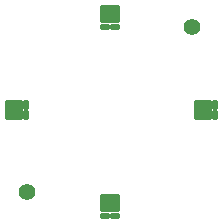
<source format=gbr>
%TF.GenerationSoftware,KiCad,Pcbnew,7.0.7*%
%TF.CreationDate,2024-01-24T13:12:26-05:00*%
%TF.ProjectId,LED_board,4c45445f-626f-4617-9264-2e6b69636164,rev?*%
%TF.SameCoordinates,Original*%
%TF.FileFunction,Soldermask,Top*%
%TF.FilePolarity,Negative*%
%FSLAX46Y46*%
G04 Gerber Fmt 4.6, Leading zero omitted, Abs format (unit mm)*
G04 Created by KiCad (PCBNEW 7.0.7) date 2024-01-24 13:12:26*
%MOMM*%
%LPD*%
G01*
G04 APERTURE LIST*
G04 Aperture macros list*
%AMRoundRect*
0 Rectangle with rounded corners*
0 $1 Rounding radius*
0 $2 $3 $4 $5 $6 $7 $8 $9 X,Y pos of 4 corners*
0 Add a 4 corners polygon primitive as box body*
4,1,4,$2,$3,$4,$5,$6,$7,$8,$9,$2,$3,0*
0 Add four circle primitives for the rounded corners*
1,1,$1+$1,$2,$3*
1,1,$1+$1,$4,$5*
1,1,$1+$1,$6,$7*
1,1,$1+$1,$8,$9*
0 Add four rect primitives between the rounded corners*
20,1,$1+$1,$2,$3,$4,$5,0*
20,1,$1+$1,$4,$5,$6,$7,0*
20,1,$1+$1,$6,$7,$8,$9,0*
20,1,$1+$1,$8,$9,$2,$3,0*%
G04 Aperture macros list end*
%ADD10C,1.400000*%
%ADD11RoundRect,0.102000X0.280000X0.165000X-0.280000X0.165000X-0.280000X-0.165000X0.280000X-0.165000X0*%
%ADD12RoundRect,0.102000X0.705000X0.635000X-0.705000X0.635000X-0.705000X-0.635000X0.705000X-0.635000X0*%
%ADD13RoundRect,0.102000X-0.165000X0.280000X-0.165000X-0.280000X0.165000X-0.280000X0.165000X0.280000X0*%
%ADD14RoundRect,0.102000X-0.635000X0.705000X-0.635000X-0.705000X0.635000X-0.705000X0.635000X0.705000X0*%
G04 APERTURE END LIST*
D10*
%TO.C,J1*%
X93000000Y-107000000D03*
%TD*%
D11*
%TO.C,D2*%
X100430000Y-92955000D03*
X99570000Y-92955000D03*
D12*
X100000000Y-91905000D03*
%TD*%
D13*
%TO.C,D4*%
X108955000Y-99570000D03*
X108955000Y-100430000D03*
D14*
X107905000Y-100000000D03*
%TD*%
D13*
%TO.C,D1*%
X92955000Y-99570000D03*
X92955000Y-100430000D03*
D14*
X91905000Y-100000000D03*
%TD*%
D11*
%TO.C,D3*%
X100430000Y-108955000D03*
X99570000Y-108955000D03*
D12*
X100000000Y-107905000D03*
%TD*%
D10*
%TO.C,J2*%
X107000000Y-93000000D03*
%TD*%
M02*

</source>
